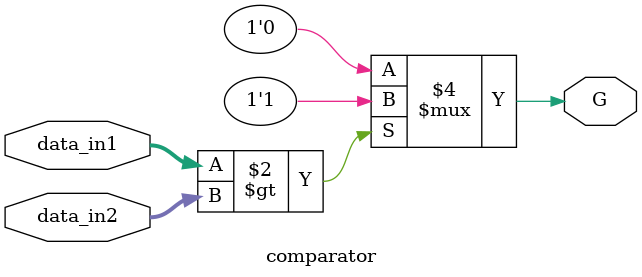
<source format=v>
module comparator(data_in1, data_in2, G);
	input [31:0] data_in1, data_in2;
	output G;
	reg G;

	always@(data_in1 or data_in2)
		begin
			if (data_in1 > data_in2)
			G=1;
			else G=0;
		end
endmodule

</source>
